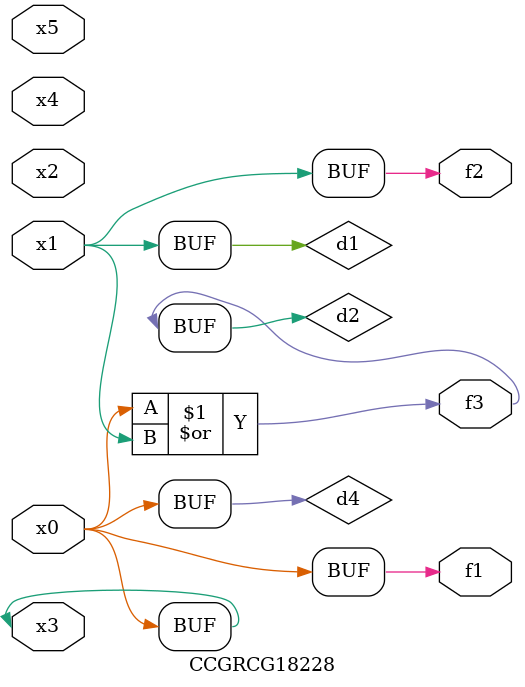
<source format=v>
module CCGRCG18228(
	input x0, x1, x2, x3, x4, x5,
	output f1, f2, f3
);

	wire d1, d2, d3, d4;

	and (d1, x1);
	or (d2, x0, x1);
	nand (d3, x0, x5);
	buf (d4, x0, x3);
	assign f1 = d4;
	assign f2 = d1;
	assign f3 = d2;
endmodule

</source>
